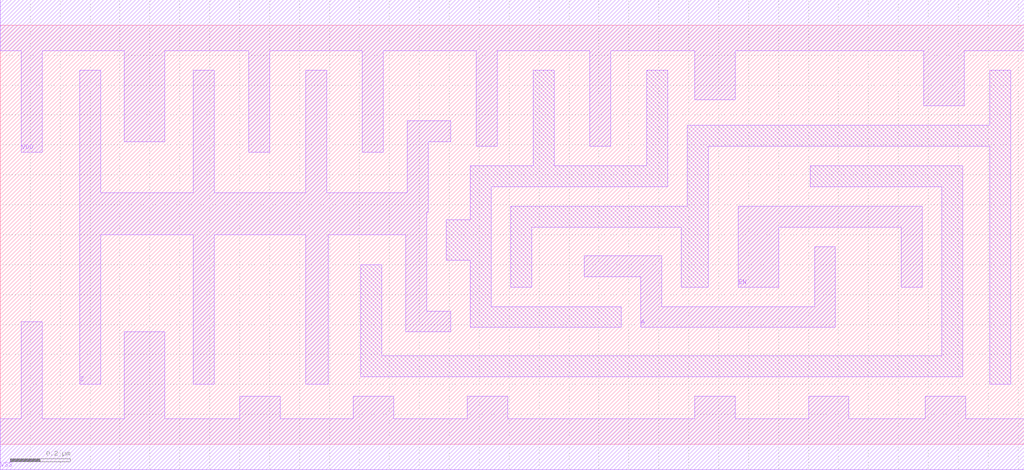
<source format=lef>
# 
# ******************************************************************************
# *                                                                            *
# *                   Copyright (C) 2004-2010, Nangate Inc.                    *
# *                           All rights reserved.                             *
# *                                                                            *
# * Nangate and the Nangate logo are trademarks of Nangate Inc.                *
# *                                                                            *
# * All trademarks, logos, software marks, and trade names (collectively the   *
# * "Marks") in this program are proprietary to Nangate or other respective    *
# * owners that have granted Nangate the right and license to use such Marks.  *
# * You are not permitted to use the Marks without the prior written consent   *
# * of Nangate or such third party that may own the Marks.                     *
# *                                                                            *
# * This file has been provided pursuant to a License Agreement containing     *
# * restrictions on its use. This file contains valuable trade secrets and     *
# * proprietary information of Nangate Inc., and is protected by U.S. and      *
# * international laws and/or treaties.                                        *
# *                                                                            *
# * The copyright notice(s) in this file does not indicate actual or intended  *
# * publication of this file.                                                  *
# *                                                                            *
# *     NGLibraryCreator, v2010.08-HR32-SP3-2010-08-05 - build 1009061800      *
# *                                                                            *
# ******************************************************************************
# 
# 
# Running on brazil06.nangate.com.br for user Giancarlo Franciscatto (gfr).
# Local time is now Fri, 3 Dec 2010, 19:32:18.
# Main process id is 27821.

VERSION 5.6 ;
BUSBITCHARS "[]" ;
DIVIDERCHAR "/" ;

MACRO TBUF_X8
  CLASS core ;
  FOREIGN TBUF_X8 0.0 0.0 ;
  ORIGIN 0 0 ;
  SYMMETRY X Y ;
  SITE FreePDK45_38x28_10R_NP_162NW_34O ;
  SIZE 3.42 BY 1.4 ;
  PIN A
    DIRECTION INPUT ;
    ANTENNAPARTIALMETALAREA 0.0847 LAYER metal1 ;
    ANTENNAPARTIALMETALSIDEAREA 0.3328 LAYER metal1 ;
    ANTENNAGATEAREA 0.209 ;
    PORT
      LAYER metal1 ;
        POLYGON 1.95 0.56 2.14 0.56 2.14 0.39 2.79 0.39 2.79 0.66 2.72 0.66 2.72 0.46 2.21 0.46 2.21 0.63 1.95 0.63  ;
    END
  END A
  PIN EN
    DIRECTION INPUT ;
    ANTENNAPARTIALMETALAREA 0.08405 LAYER metal1 ;
    ANTENNAPARTIALMETALSIDEAREA 0.2821 LAYER metal1 ;
    ANTENNAGATEAREA 0.15675 ;
    PORT
      LAYER metal1 ;
        POLYGON 2.465 0.525 2.6 0.525 2.6 0.725 3.01 0.725 3.01 0.525 3.08 0.525 3.08 0.795 2.465 0.795  ;
    END
  END EN
  PIN Z
    DIRECTION OUTPUT ;
    ANTENNAPARTIALMETALAREA 0.406725 LAYER metal1 ;
    ANTENNAPARTIALMETALSIDEAREA 1.2363 LAYER metal1 ;
    ANTENNADIFFAREA 0.505675 ;
    PORT
      LAYER metal1 ;
        POLYGON 1.425 0.775 1.43 0.775 1.43 1.01 1.505 1.01 1.505 1.08 1.36 1.08 1.36 0.84 1.09 0.84 1.09 1.25 1.02 1.25 1.02 0.84 0.715 0.84 0.715 1.25 0.645 1.25 0.645 0.84 0.335 0.84 0.335 1.25 0.265 1.25 0.265 0.2 0.335 0.2 0.335 0.7 0.645 0.7 0.645 0.2 0.715 0.2 0.715 0.7 1.02 0.7 1.02 0.2 1.095 0.2 1.095 0.7 1.355 0.7 1.355 0.375 1.505 0.375 1.505 0.445 1.425 0.445  ;
    END
  END Z
  PIN VDD
    DIRECTION INOUT ;
    USE power ;
    SHAPE ABUTMENT ;
    PORT
      LAYER metal1 ;
        POLYGON 0 1.315 0.07 1.315 0.07 0.975 0.14 0.975 0.14 1.315 0.415 1.315 0.415 1.01 0.55 1.01 0.55 1.315 0.83 1.315 0.83 0.975 0.9 0.975 0.9 1.315 1.21 1.315 1.21 0.975 1.28 0.975 1.28 1.315 1.59 1.315 1.59 0.995 1.66 0.995 1.66 1.315 1.97 1.315 1.97 0.995 2.04 0.995 2.04 1.315 2.23 1.315 2.32 1.315 2.32 1.15 2.455 1.15 2.455 1.315 3.085 1.315 3.085 1.13 3.22 1.13 3.22 1.315 3.375 1.315 3.42 1.315 3.42 1.485 3.375 1.485 2.23 1.485 0 1.485  ;
    END
  END VDD
  PIN VSS
    DIRECTION INOUT ;
    USE ground ;
    SHAPE ABUTMENT ;
    PORT
      LAYER metal1 ;
        POLYGON 0 -0.085 3.42 -0.085 3.42 0.085 3.225 0.085 3.225 0.16 3.09 0.16 3.09 0.085 2.835 0.085 2.835 0.16 2.7 0.16 2.7 0.085 2.455 0.085 2.455 0.16 2.32 0.16 2.32 0.085 1.695 0.085 1.695 0.16 1.56 0.16 1.56 0.085 1.315 0.085 1.315 0.16 1.18 0.16 1.18 0.085 0.935 0.085 0.935 0.16 0.8 0.16 0.8 0.085 0.55 0.085 0.55 0.375 0.415 0.375 0.415 0.085 0.14 0.085 0.14 0.41 0.07 0.41 0.07 0.085 0 0.085  ;
    END
  END VSS
  OBS
      LAYER metal1 ;
        POLYGON 1.64 0.86 2.23 0.86 2.23 1.25 2.16 1.25 2.16 0.93 1.85 0.93 1.85 1.25 1.78 1.25 1.78 0.93 1.57 0.93 1.57 0.75 1.49 0.75 1.49 0.615 1.57 0.615 1.57 0.39 2.075 0.39 2.075 0.46 1.64 0.46  ;
        POLYGON 2.705 0.86 3.145 0.86 3.145 0.295 1.275 0.295 1.275 0.6 1.205 0.6 1.205 0.225 3.215 0.225 3.215 0.93 2.705 0.93  ;
        POLYGON 1.705 0.525 1.775 0.525 1.775 0.725 2.275 0.725 2.275 0.525 2.365 0.525 2.365 0.995 3.305 0.995 3.305 0.2 3.375 0.2 3.375 1.25 3.305 1.25 3.305 1.065 2.295 1.065 2.295 0.795 1.705 0.795  ;
  END
END TBUF_X8

END LIBRARY
#
# End of file
#

</source>
